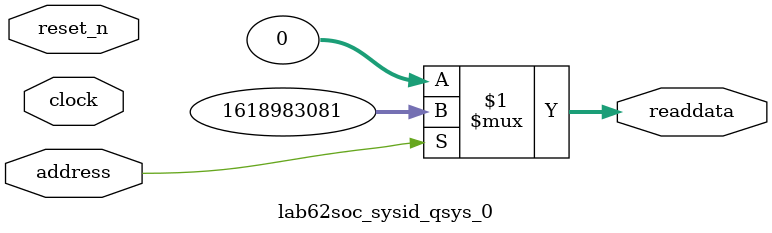
<source format=v>



// synthesis translate_off
`timescale 1ns / 1ps
// synthesis translate_on

// turn off superfluous verilog processor warnings 
// altera message_level Level1 
// altera message_off 10034 10035 10036 10037 10230 10240 10030 

module lab62soc_sysid_qsys_0 (
               // inputs:
                address,
                clock,
                reset_n,

               // outputs:
                readdata
             )
;

  output  [ 31: 0] readdata;
  input            address;
  input            clock;
  input            reset_n;

  wire    [ 31: 0] readdata;
  //control_slave, which is an e_avalon_slave
  assign readdata = address ? 1618983081 : 0;

endmodule



</source>
